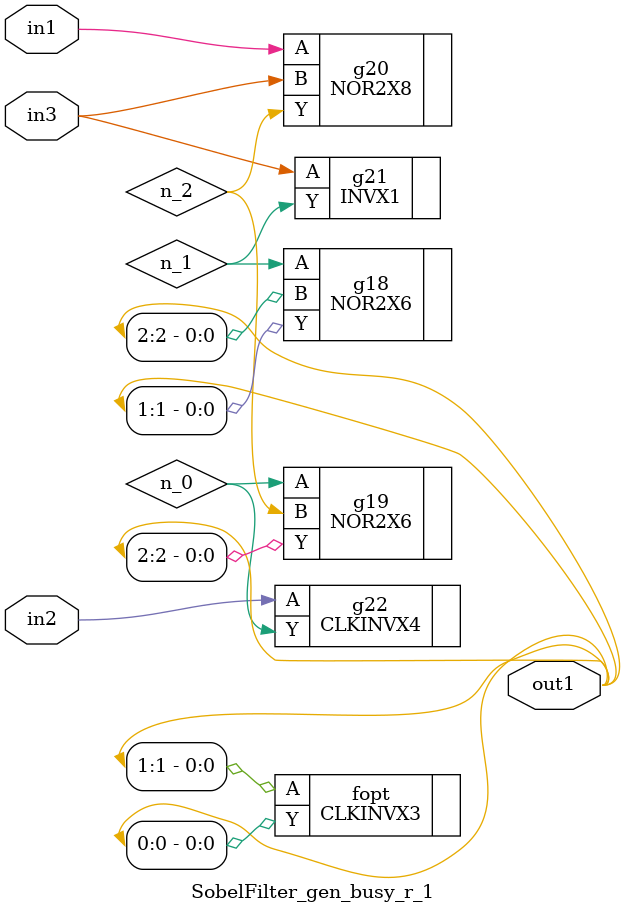
<source format=v>
`timescale 1ps / 1ps


module SobelFilter_gen_busy_r_1(in1, in2, in3, out1);
  input in1, in2, in3;
  output [2:0] out1;
  wire in1, in2, in3;
  wire [2:0] out1;
  wire n_0, n_1, n_2;
  NOR2X6 g18(.A (n_1), .B (out1[2]), .Y (out1[1]));
  NOR2X6 g19(.A (n_0), .B (n_2), .Y (out1[2]));
  NOR2X8 g20(.A (in1), .B (in3), .Y (n_2));
  INVX1 g21(.A (in3), .Y (n_1));
  CLKINVX4 g22(.A (in2), .Y (n_0));
  CLKINVX3 fopt(.A (out1[1]), .Y (out1[0]));
endmodule



</source>
